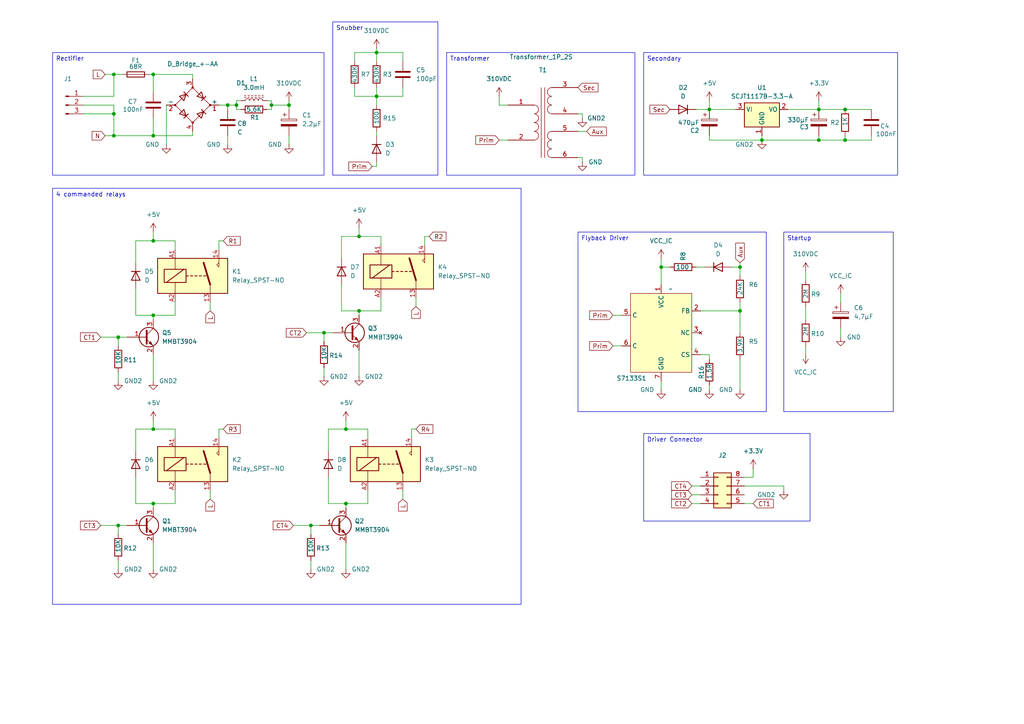
<source format=kicad_sch>
(kicad_sch (version 20231120) (generator "eeschema") (generator_version "8.0")
  (paper "A4")
  (lib_symbols
    (symbol "Connector:Conn_01x03_Pin" (pin_names (offset 1.016) hide)
      (property "Reference" "J" (at 0 5.08 0))
      (property "Value" "Conn_01x03_Pin" (at 0 -5.08 0))
      (symbol "Conn_01x03_Pin_1_1"
        (polyline (pts (xy 1.27 -2.54) (xy 0.8636 -2.54)) (stroke (width 0.1524)))
        (polyline (pts (xy 1.27 0) (xy 0.8636 0)) (stroke (width 0.1524)))
        (polyline (pts (xy 1.27 2.54) (xy 0.8636 2.54)) (stroke (width 0.1524)))
        (rectangle (start 0.8636 -2.413) (end 0 -2.667) (stroke (width 0.1524)) (fill (type outline)))
        (rectangle (start 0.8636 0.127) (end 0 -0.127) (stroke (width 0.1524)) (fill (type outline)))
        (rectangle (start 0.8636 2.667) (end 0 2.413) (stroke (width 0.1524)) (fill (type outline)))
        (pin passive line (at 5.08 2.54 180) (length 3.81) (name "Pin_1") (number "1"))
        (pin passive line (at 5.08 0 180) (length 3.81) (name "Pin_2") (number "2"))
        (pin passive line (at 5.08 -2.54 180) (length 3.81) (name "Pin_3") (number "3"))
      )
    )
    (symbol "Connector_Generic:Conn_02x04_Counter_Clockwise" (pin_names (offset 1.016) hide)
      (property "Reference" "J" (at 1.27 5.08 0))
      (property "Value" "Conn_02x04_Counter_Clockwise" (at 1.27 -7.62 0))
      (symbol "Conn_02x04_Counter_Clockwise_1_1"
        (rectangle (start -1.27 -4.953) (end 0 -5.207) (stroke (width 0.1524)))
        (rectangle (start -1.27 -2.413) (end 0 -2.667) (stroke (width 0.1524)))
        (rectangle (start -1.27 0.127) (end 0 -0.127) (stroke (width 0.1524)))
        (rectangle (start -1.27 2.667) (end 0 2.413) (stroke (width 0.1524)))
        (rectangle (start -1.27 3.81) (end 3.81 -6.35) (stroke (width 0.254)) (fill (type background)))
        (rectangle (start 3.81 -4.953) (end 2.54 -5.207) (stroke (width 0.1524)))
        (rectangle (start 3.81 -2.413) (end 2.54 -2.667) (stroke (width 0.1524)))
        (rectangle (start 3.81 0.127) (end 2.54 -0.127) (stroke (width 0.1524)))
        (rectangle (start 3.81 2.667) (end 2.54 2.413) (stroke (width 0.1524)))
        (pin passive line (at -5.08 2.54 0) (length 3.81) (name "Pin_1") (number "1"))
        (pin passive line (at -5.08 0 0) (length 3.81) (name "Pin_2") (number "2"))
        (pin passive line (at -5.08 -2.54 0) (length 3.81) (name "Pin_3") (number "3"))
        (pin passive line (at -5.08 -5.08 0) (length 3.81) (name "Pin_4") (number "4"))
        (pin passive line (at 7.62 -5.08 180) (length 3.81) (name "Pin_5") (number "5"))
        (pin passive line (at 7.62 -2.54 180) (length 3.81) (name "Pin_6") (number "6"))
        (pin passive line (at 7.62 0 180) (length 3.81) (name "Pin_7") (number "7"))
        (pin passive line (at 7.62 2.54 180) (length 3.81) (name "Pin_8") (number "8"))
      )
    )
    (symbol "Device:C" (pin_numbers hide) (pin_names (offset 0.254))
      (property "Reference" "C" (at 0.635 2.54 0))
      (property "Value" "C" (at 0.635 -2.54 0))
      (symbol "C_0_1"
        (polyline (pts (xy -2.032 -0.762) (xy 2.032 -0.762)) (stroke (width 0.508)))
        (polyline (pts (xy -2.032 0.762) (xy 2.032 0.762)) (stroke (width 0.508)))
      )
      (symbol "C_1_1"
        (pin passive line (at 0 3.81 270) (length 2.794) (name "~") (number "1"))
        (pin passive line (at 0 -3.81 90) (length 2.794) (name "~") (number "2"))
      )
    )
    (symbol "Device:C_Polarized" (pin_numbers hide) (pin_names (offset 0.254))
      (property "Reference" "C" (at 0.635 2.54 0))
      (property "Value" "C_Polarized" (at 0.635 -2.54 0))
      (symbol "C_Polarized_0_1"
        (rectangle (start -2.286 0.508) (end 2.286 1.016))
        (polyline (pts (xy -1.778 2.286) (xy -0.762 2.286)))
        (polyline (pts (xy -1.27 2.794) (xy -1.27 1.778)))
        (rectangle (start 2.286 -0.508) (end -2.286 -1.016) (fill (type outline)))
      )
      (symbol "C_Polarized_1_1"
        (pin passive line (at 0 3.81 270) (length 2.794) (name "~") (number "1"))
        (pin passive line (at 0 -3.81 90) (length 2.794) (name "~") (number "2"))
      )
    )
    (symbol "Device:D" (pin_numbers hide) (pin_names (offset 1.016) hide)
      (property "Reference" "D" (at 0 2.54 0))
      (property "Value" "D" (at 0 -2.54 0))
      (symbol "D_0_1"
        (polyline (pts (xy -1.27 1.27) (xy -1.27 -1.27)) (stroke (width 0.254)))
        (polyline (pts (xy 1.27 0) (xy -1.27 0)))
        (polyline (pts (xy 1.27 1.27) (xy 1.27 -1.27) (xy -1.27 0) (xy 1.27 1.27)) (stroke (width 0.254)))
      )
      (symbol "D_1_1"
        (pin passive line (at -3.81 0 0) (length 2.54) (name "K") (number "1"))
        (pin passive line (at 3.81 0 180) (length 2.54) (name "A") (number "2"))
      )
    )
    (symbol "Device:D_Bridge_+-AA" (pin_names (offset 0))
      (property "Reference" "D" (at 2.54 6.985 0))
      (property "Value" "D_Bridge_+-AA" (at 2.54 5.08 0))
      (symbol "D_Bridge_+-AA_0_1"
        (circle (center -5.08 0) (radius 0.254) (fill (type outline)))
        (circle (center 0 -5.08) (radius 0.254) (fill (type outline)))
        (polyline (pts (xy -2.54 3.81) (xy -1.27 2.54)) (stroke (width 0.254)))
        (polyline (pts (xy -1.27 -2.54) (xy -2.54 -3.81)) (stroke (width 0.254)))
        (polyline (pts (xy 2.54 -1.27) (xy 3.81 -2.54)) (stroke (width 0.254)))
        (polyline (pts (xy 2.54 1.27) (xy 3.81 2.54)) (stroke (width 0.254)))
        (polyline (pts (xy -3.81 2.54) (xy -2.54 1.27) (xy -1.905 3.175) (xy -3.81 2.54)) (stroke (width 0.254)))
        (polyline (pts (xy -2.54 -1.27) (xy -3.81 -2.54) (xy -1.905 -3.175) (xy -2.54 -1.27)) (stroke (width 0.254)))
        (polyline (pts (xy 1.27 2.54) (xy 2.54 3.81) (xy 3.175 1.905) (xy 1.27 2.54)) (stroke (width 0.254)))
        (polyline (pts (xy 3.175 -1.905) (xy 1.27 -2.54) (xy 2.54 -3.81) (xy 3.175 -1.905)) (stroke (width 0.254)))
        (polyline (pts (xy -5.08 0) (xy 0 -5.08) (xy 5.08 0) (xy 0 5.08) (xy -5.08 0)))
        (circle (center 0 5.08) (radius 0.254) (fill (type outline)))
        (circle (center 5.08 0) (radius 0.254) (fill (type outline)))
      )
      (symbol "D_Bridge_+-AA_1_1"
        (pin passive line (at 7.62 0 180) (length 2.54) (name "+") (number "1"))
        (pin passive line (at -7.62 0 0) (length 2.54) (name "-") (number "2"))
        (pin passive line (at 0 7.62 270) (length 2.54) (name "~") (number "3"))
        (pin passive line (at 0 -7.62 90) (length 2.54) (name "~") (number "4"))
      )
    )
    (symbol "Device:Fuse" (pin_numbers hide) (pin_names (offset 0))
      (property "Reference" "F" (at 2.032 0 90))
      (property "Value" "Fuse" (at -1.905 0 90))
      (symbol "Fuse_0_1"
        (rectangle (start -0.762 -2.54) (end 0.762 2.54) (stroke (width 0.254)))
        (polyline (pts (xy 0 2.54) (xy 0 -2.54)))
      )
      (symbol "Fuse_1_1"
        (pin passive line (at 0 3.81 270) (length 1.27) (name "~") (number "1"))
        (pin passive line (at 0 -3.81 90) (length 1.27) (name "~") (number "2"))
      )
    )
    (symbol "Device:L_Ferrite" (pin_numbers hide) (pin_names (offset 1.016) hide)
      (property "Reference" "L" (at -1.27 0 90))
      (property "Value" "L_Ferrite" (at 2.794 0 90))
      (symbol "L_Ferrite_0_1"
        (arc (start 0 -2.54) (mid 0.6323 -1.905) (end 0 -1.27))
        (arc (start 0 -1.27) (mid 0.6323 -0.635) (end 0 0))
        (polyline (pts (xy 1.016 -2.794) (xy 1.016 -2.286)))
        (polyline (pts (xy 1.016 -1.778) (xy 1.016 -1.27)))
        (polyline (pts (xy 1.016 -0.762) (xy 1.016 -0.254)))
        (polyline (pts (xy 1.016 0.254) (xy 1.016 0.762)))
        (polyline (pts (xy 1.016 1.27) (xy 1.016 1.778)))
        (polyline (pts (xy 1.016 2.286) (xy 1.016 2.794)))
        (polyline (pts (xy 1.524 -2.286) (xy 1.524 -2.794)))
        (polyline (pts (xy 1.524 -1.27) (xy 1.524 -1.778)))
        (polyline (pts (xy 1.524 -0.254) (xy 1.524 -0.762)))
        (polyline (pts (xy 1.524 0.762) (xy 1.524 0.254)))
        (polyline (pts (xy 1.524 1.778) (xy 1.524 1.27)))
        (polyline (pts (xy 1.524 2.794) (xy 1.524 2.286)))
        (arc (start 0 0) (mid 0.6323 0.635) (end 0 1.27))
        (arc (start 0 1.27) (mid 0.6323 1.905) (end 0 2.54))
      )
      (symbol "L_Ferrite_1_1"
        (pin passive line (at 0 3.81 270) (length 1.27) (name "1") (number "1"))
        (pin passive line (at 0 -3.81 90) (length 1.27) (name "2") (number "2"))
      )
    )
    (symbol "Device:R" (pin_numbers hide) (pin_names (offset 0))
      (property "Reference" "R" (at 2.032 0 90))
      (property "Value" "R" (at 0 0 90))
      (symbol "R_0_1"
        (rectangle (start -1.016 -2.54) (end 1.016 2.54) (stroke (width 0.254)))
      )
      (symbol "R_1_1"
        (pin passive line (at 0 3.81 270) (length 1.27) (name "~") (number "1"))
        (pin passive line (at 0 -3.81 90) (length 1.27) (name "~") (number "2"))
      )
    )
    (symbol "Device:Transformer_1P_2S" (pin_names (offset 1.016) hide)
      (property "Reference" "T" (at 0 12.7 0))
      (property "Value" "Transformer_1P_2S" (at 0 -12.7 0))
      (symbol "Transformer_1P_2S_0_1"
        (arc (start -2.54 -5.0546) (mid -1.6599 -4.6901) (end -1.27 -3.81))
        (arc (start -2.54 -2.5146) (mid -1.6599 -2.1501) (end -1.27 -1.27))
        (arc (start -2.54 0.0254) (mid -1.6599 0.3899) (end -1.27 1.27))
        (arc (start -2.54 2.5654) (mid -1.6599 2.9299) (end -1.27 3.81))
        (arc (start -1.27 -3.81) (mid -1.642 -2.912) (end -2.54 -2.54))
        (arc (start -1.27 -1.27) (mid -1.642 -0.372) (end -2.54 0))
        (arc (start -1.27 1.27) (mid -1.642 2.168) (end -2.54 2.54))
        (arc (start -1.27 3.81) (mid -1.642 4.708) (end -2.54 5.08))
        (polyline (pts (xy -0.508 -10.16) (xy -0.508 10.16)))
        (polyline (pts (xy 0.508 10.16) (xy 0.508 -10.16)))
        (arc (start 1.2954 -8.89) (mid 1.6599 -9.7701) (end 2.54 -10.1346))
        (arc (start 1.2954 -6.35) (mid 1.6599 -7.2301) (end 2.54 -7.5946))
        (arc (start 1.2954 -3.81) (mid 1.6599 -4.6901) (end 2.54 -5.0546))
        (arc (start 1.2954 3.81) (mid 1.6599 2.9299) (end 2.54 2.5654))
        (arc (start 1.2954 6.35) (mid 1.6599 5.4699) (end 2.54 5.1054))
        (arc (start 1.2954 8.89) (mid 1.6599 8.0099) (end 2.54 7.6454))
        (arc (start 2.54 -7.62) (mid 1.642 -7.992) (end 1.2954 -8.89))
        (arc (start 2.54 -5.08) (mid 1.642 -5.452) (end 1.2954 -6.35))
        (arc (start 2.54 -2.54) (mid 1.642 -2.912) (end 1.2954 -3.81))
        (arc (start 2.54 5.08) (mid 1.642 4.708) (end 1.2954 3.81))
        (arc (start 2.54 7.62) (mid 1.642 7.248) (end 1.2954 6.35))
        (arc (start 2.54 10.16) (mid 1.642 9.788) (end 1.2954 8.89))
      )
      (symbol "Transformer_1P_2S_1_1"
        (pin passive line (at -10.16 5.08 0) (length 7.62) (name "AA") (number "1"))
        (pin passive line (at -10.16 -5.08 0) (length 7.62) (name "AB") (number "2"))
        (pin passive line (at 10.16 10.16 180) (length 7.62) (name "SA") (number "3"))
        (pin passive line (at 10.16 2.54 180) (length 7.62) (name "SB") (number "4"))
        (pin passive line (at 10.16 -2.54 180) (length 7.62) (name "SC") (number "5"))
        (pin passive line (at 10.16 -10.16 180) (length 7.62) (name "SD") (number "6"))
      )
    )
    (symbol "Library:S7133S"
      (property "Reference" "S713XS" (at 5.334 13.462 0))
      (symbol "S7133S_1_1"
        (rectangle (start -8.89 11.43) (end 8.89 -11.43) (fill (type background)))
        (pin input line (at 0 13.97 270) (length 2.54) (name "VCC") (number "1"))
        (pin input line (at 11.43 6.35 180) (length 2.54) (name "FB") (number "2"))
        (pin no_connect line (at 11.43 0 180) (length 2.54) (name "NC") (number "3"))
        (pin input line (at 11.43 -6.35 180) (length 2.54) (name "CS") (number "4"))
        (pin input line (at -11.43 5.08 0) (length 2.54) (name "C") (number "5"))
        (pin input line (at -11.43 -3.81 0) (length 2.54) (name "C") (number "6"))
        (pin input line (at 0 -13.97 90) (length 2.54) (name "GND") (number "7"))
      )
    )
    (symbol "Regulator_Linear:AMS1117-3.3"
      (property "Reference" "U" (at -3.81 3.175 0))
      (property "Value" "AMS1117-3.3" (at 0 3.175 0))
      (symbol "AMS1117-3.3_0_1"
        (rectangle (start -5.08 -5.08) (end 5.08 1.905) (stroke (width 0.254)) (fill (type background)))
      )
      (symbol "AMS1117-3.3_1_1"
        (pin power_in line (at 0 -7.62 90) (length 2.54) (name "GND") (number "1"))
        (pin power_out line (at 7.62 0 180) (length 2.54) (name "VO") (number "2"))
        (pin power_in line (at -7.62 0 0) (length 2.54) (name "VI") (number "3"))
      )
    )
    (symbol "Relay:Relay_SPST-NO"
      (property "Reference" "K" (at 11.43 3.81 0))
      (property "Value" "Relay_SPST-NO" (at 11.43 1.27 0))
      (symbol "Relay_SPST-NO_0_0"
        (polyline (pts (xy 7.62 5.08) (xy 7.62 2.54) (xy 6.985 3.175) (xy 7.62 3.81)))
      )
      (symbol "Relay_SPST-NO_0_1"
        (rectangle (start -10.16 5.08) (end 10.16 -5.08) (stroke (width 0.254)) (fill (type background)))
        (rectangle (start -8.255 1.905) (end -1.905 -1.905) (stroke (width 0.254)))
        (polyline (pts (xy -7.62 -1.905) (xy -2.54 1.905)) (stroke (width 0.254)))
        (polyline (pts (xy -5.08 -5.08) (xy -5.08 -1.905)))
        (polyline (pts (xy -5.08 5.08) (xy -5.08 1.905)))
        (polyline (pts (xy -1.905 0) (xy -1.27 0)) (stroke (width 0.254)))
        (polyline (pts (xy -0.635 0) (xy 0 0)) (stroke (width 0.254)))
        (polyline (pts (xy 0.635 0) (xy 1.27 0)) (stroke (width 0.254)))
        (polyline (pts (xy 1.905 0) (xy 2.54 0)) (stroke (width 0.254)))
        (polyline (pts (xy 3.175 0) (xy 3.81 0)) (stroke (width 0.254)))
        (polyline (pts (xy 5.08 -2.54) (xy 3.175 3.81)) (stroke (width 0.508)))
        (polyline (pts (xy 5.08 -2.54) (xy 5.08 -5.08)))
      )
      (symbol "Relay_SPST-NO_1_1"
        (pin passive line (at 5.08 -7.62 90) (length 2.54) (name "~") (number "13"))
        (pin passive line (at 7.62 7.62 270) (length 2.54) (name "~") (number "14"))
        (pin passive line (at -5.08 7.62 270) (length 2.54) (name "~") (number "A1"))
        (pin passive line (at -5.08 -7.62 90) (length 2.54) (name "~") (number "A2"))
      )
    )
    (symbol "Transistor_BJT:MMBT3904" (pin_names (offset 0) hide)
      (property "Reference" "Q" (at 5.08 1.905 0))
      (property "Value" "MMBT3904" (at 5.08 0 0))
      (symbol "MMBT3904_0_1"
        (polyline (pts (xy 0.635 0.635) (xy 2.54 2.54)))
        (polyline (pts (xy 0.635 -0.635) (xy 2.54 -2.54) (xy 2.54 -2.54)))
        (polyline (pts (xy 0.635 1.905) (xy 0.635 -1.905) (xy 0.635 -1.905)) (stroke (width 0.508)))
        (polyline (pts (xy 1.27 -1.778) (xy 1.778 -1.27) (xy 2.286 -2.286) (xy 1.27 -1.778) (xy 1.27 -1.778)) (fill (type outline)))
        (circle (center 1.27 0) (radius 2.8194) (stroke (width 0.254)))
      )
      (symbol "MMBT3904_1_1"
        (pin input line (at -5.08 0 0) (length 5.715) (name "B") (number "1"))
        (pin passive line (at 2.54 -5.08 90) (length 2.54) (name "E") (number "2"))
        (pin passive line (at 2.54 5.08 270) (length 2.54) (name "C") (number "3"))
      )
    )
    (symbol "power:+3.3V" (power) (pin_numbers hide) (pin_names (offset 0) hide)
      (property "Value" "+3.3V" (at 0 3.556 0))
      (symbol "+3.3V_0_1"
        (polyline (pts (xy -0.762 1.27) (xy 0 2.54)))
        (polyline (pts (xy 0 0) (xy 0 2.54)))
        (polyline (pts (xy 0 2.54) (xy 0.762 1.27)))
      )
      (symbol "+3.3V_1_1"
        (pin power_in line (at 0 0 90) (length 0) (name "~") (number "1"))
      )
    )
    (symbol "power:+5V" (power) (pin_numbers hide) (pin_names (offset 0) hide)
      (property "Value" "+5V" (at 0 3.556 0))
      (symbol "+5V_0_1"
        (polyline (pts (xy -0.762 1.27) (xy 0 2.54)))
        (polyline (pts (xy 0 0) (xy 0 2.54)))
        (polyline (pts (xy 0 2.54) (xy 0.762 1.27)))
      )
      (symbol "+5V_1_1"
        (pin power_in line (at 0 0 90) (length 0) (name "~") (number "1"))
      )
    )
    (symbol "power:GND" (power) (pin_numbers hide) (pin_names (offset 0) hide)
      (property "Value" "GND" (at 0 -3.81 0))
      (symbol "GND_0_1"
        (polyline (pts (xy 0 0) (xy 0 -1.27) (xy 1.27 -1.27) (xy 0 -2.54) (xy -1.27 -1.27) (xy 0 -1.27)))
      )
      (symbol "GND_1_1"
        (pin power_in line (at 0 0 270) (length 0) (name "~") (number "1"))
      )
    )
    (symbol "power:GND2" (power) (pin_numbers hide) (pin_names (offset 0) hide)
      (property "Value" "GND2" (at 0 -3.81 0))
      (symbol "GND2_0_1"
        (polyline (pts (xy 0 0) (xy 0 -1.27) (xy 1.27 -1.27) (xy 0 -2.54) (xy -1.27 -1.27) (xy 0 -1.27)))
      )
      (symbol "GND2_1_1"
        (pin power_in line (at 0 0 270) (length 0) (name "~") (number "1"))
      )
    )
    (symbol "power:VCC" (power) (pin_numbers hide) (pin_names (offset 0) hide)
      (property "Value" "VCC" (at 0 3.556 0))
      (symbol "VCC_0_1"
        (polyline (pts (xy -0.762 1.27) (xy 0 2.54)))
        (polyline (pts (xy 0 0) (xy 0 2.54)))
        (polyline (pts (xy 0 2.54) (xy 0.762 1.27)))
      )
      (symbol "VCC_1_1"
        (pin power_in line (at 0 0 90) (length 0) (name "~") (number "1"))
      )
    )
  )
  (junction (at 34.29 152.4))
  (junction (at 83.82 30.48))
  (junction (at 66.04 30.48))
  (junction (at 33.02 39.37))
  (junction (at 100.33 146.05))
  (junction (at 68.58 30.48))
  (junction (at 104.14 68.58))
  (junction (at 214.63 90.17))
  (junction (at 93.98 96.52))
  (junction (at 33.02 33.02))
  (junction (at 245.11 31.75))
  (junction (at 44.45 146.05))
  (junction (at 34.29 97.79))
  (junction (at 104.14 90.17))
  (junction (at 220.98 40.64))
  (junction (at 237.49 31.75))
  (junction (at 191.77 77.47))
  (junction (at 109.22 27.94))
  (junction (at 90.17 152.4))
  (junction (at 100.33 124.46))
  (junction (at 33.02 21.59))
  (junction (at 237.49 40.64))
  (junction (at 44.45 124.46))
  (junction (at 44.45 91.44))
  (junction (at 78.74 30.48))
  (junction (at 44.45 69.85))
  (junction (at 44.45 21.59))
  (junction (at 205.74 31.75))
  (junction (at 214.63 77.47))
  (junction (at 109.22 15.24))
  (junction (at 44.45 39.37))
  (junction (at 245.11 40.64))
  (wire (pts (xy 68.58 30.48) (xy 68.58 31.75)))
  (wire (pts (xy 205.74 29.21) (xy 205.74 31.75)))
  (wire (pts (xy 30.48 39.37) (xy 33.02 39.37)))
  (wire (pts (xy 177.8 91.44) (xy 180.34 91.44)))
  (wire (pts (xy 63.5 69.85) (xy 64.77 69.85)))
  (wire (pts (xy 63.5 127) (xy 63.5 124.46)))
  (wire (pts (xy 104.14 66.04) (xy 104.14 68.58)))
  (wire (pts (xy 39.37 76.2) (xy 39.37 69.85)))
  (wire (pts (xy 233.68 100.33) (xy 233.68 102.87)))
  (wire (pts (xy 34.29 154.94) (xy 34.29 152.4)))
  (wire (pts (xy 116.84 15.24) (xy 116.84 17.78)))
  (wire (pts (xy 218.44 135.89) (xy 218.44 138.43)))
  (wire (pts (xy 237.49 29.21) (xy 237.49 31.75)))
  (wire (pts (xy 109.22 27.94) (xy 102.87 27.94)))
  (wire (pts (xy 90.17 154.94) (xy 90.17 152.4)))
  (wire (pts (xy 34.29 100.33) (xy 34.29 97.79)))
  (wire (pts (xy 44.45 67.31) (xy 44.45 69.85)))
  (wire (pts (xy 34.29 97.79) (xy 36.83 97.79)))
  (wire (pts (xy 50.8 142.24) (xy 50.8 146.05)))
  (wire (pts (xy 201.93 77.47) (xy 204.47 77.47)))
  (wire (pts (xy 252.73 40.64) (xy 252.73 39.37)))
  (wire (pts (xy 50.8 69.85) (xy 50.8 72.39)))
  (wire (pts (xy 90.17 162.56) (xy 90.17 165.1)))
  (wire (pts (xy 245.11 40.64) (xy 245.11 39.37)))
  (wire (pts (xy 100.33 146.05) (xy 100.33 147.32)))
  (wire (pts (xy 214.63 90.17) (xy 214.63 96.52)))
  (wire (pts (xy 90.17 152.4) (xy 92.71 152.4)))
  (wire (pts (xy 50.8 87.63) (xy 50.8 91.44)))
  (wire (pts (xy 233.68 88.9) (xy 233.68 92.71)))
  (wire (pts (xy 167.64 45.72) (xy 168.91 45.72)))
  (wire (pts (xy 110.49 90.17) (xy 104.14 90.17)))
  (wire (pts (xy 205.74 40.64) (xy 205.74 39.37)))
  (wire (pts (xy 33.02 21.59) (xy 33.02 27.94)))
  (wire (pts (xy 39.37 146.05) (xy 39.37 138.43)))
  (wire (pts (xy 24.13 27.94) (xy 33.02 27.94)))
  (wire (pts (xy 55.88 21.59) (xy 55.88 22.86)))
  (wire (pts (xy 191.77 113.03) (xy 191.77 110.49)))
  (wire (pts (xy 68.58 29.21) (xy 69.85 29.21)))
  (wire (pts (xy 205.74 111.76) (xy 205.74 113.03)))
  (wire (pts (xy 34.29 152.4) (xy 36.83 152.4)))
  (wire (pts (xy 119.38 127) (xy 119.38 124.46)))
  (wire (pts (xy 200.66 146.05) (xy 203.2 146.05)))
  (wire (pts (xy 200.66 143.51) (xy 203.2 143.51)))
  (wire (pts (xy 100.33 157.48) (xy 100.33 165.1)))
  (wire (pts (xy 100.33 124.46) (xy 106.68 124.46)))
  (wire (pts (xy 95.25 146.05) (xy 95.25 138.43)))
  (wire (pts (xy 99.06 74.93) (xy 99.06 68.58)))
  (wire (pts (xy 243.84 85.09) (xy 243.84 87.63)))
  (wire (pts (xy 39.37 130.81) (xy 39.37 124.46)))
  (wire (pts (xy 104.14 101.6) (xy 104.14 109.22)))
  (wire (pts (xy 93.98 96.52) (xy 96.52 96.52)))
  (wire (pts (xy 123.19 71.12) (xy 123.19 68.58)))
  (wire (pts (xy 205.74 31.75) (xy 213.36 31.75)))
  (wire (pts (xy 63.5 72.39) (xy 63.5 69.85)))
  (wire (pts (xy 214.63 77.47) (xy 214.63 80.01)))
  (wire (pts (xy 30.48 21.59) (xy 33.02 21.59)))
  (wire (pts (xy 109.22 17.78) (xy 109.22 15.24)))
  (wire (pts (xy 78.74 31.75) (xy 77.47 31.75)))
  (wire (pts (xy 214.63 104.14) (xy 214.63 113.03)))
  (wire (pts (xy 78.74 30.48) (xy 83.82 30.48)))
  (wire (pts (xy 104.14 68.58) (xy 110.49 68.58)))
  (wire (pts (xy 78.74 29.21) (xy 78.74 30.48)))
  (wire (pts (xy 191.77 77.47) (xy 191.77 82.55)))
  (wire (pts (xy 237.49 31.75) (xy 245.11 31.75)))
  (wire (pts (xy 93.98 106.68) (xy 93.98 109.22)))
  (wire (pts (xy 77.47 29.21) (xy 78.74 29.21)))
  (wire (pts (xy 95.25 130.81) (xy 95.25 124.46)))
  (wire (pts (xy 203.2 102.87) (xy 205.74 102.87)))
  (wire (pts (xy 214.63 87.63) (xy 214.63 90.17)))
  (wire (pts (xy 191.77 77.47) (xy 194.31 77.47)))
  (wire (pts (xy 245.11 40.64) (xy 252.73 40.64)))
  (wire (pts (xy 106.68 142.24) (xy 106.68 146.05)))
  (wire (pts (xy 116.84 142.24) (xy 116.84 144.78)))
  (wire (pts (xy 109.22 13.97) (xy 109.22 15.24)))
  (wire (pts (xy 33.02 30.48) (xy 33.02 33.02)))
  (wire (pts (xy 177.8 100.33) (xy 180.34 100.33)))
  (wire (pts (xy 227.33 140.97) (xy 227.33 142.24)))
  (wire (pts (xy 104.14 90.17) (xy 99.06 90.17)))
  (wire (pts (xy 60.96 87.63) (xy 60.96 90.17)))
  (wire (pts (xy 50.8 91.44) (xy 44.45 91.44)))
  (wire (pts (xy 237.49 40.64) (xy 245.11 40.64)))
  (wire (pts (xy 109.22 48.26) (xy 109.22 46.99)))
  (wire (pts (xy 212.09 77.47) (xy 214.63 77.47)))
  (wire (pts (xy 44.45 91.44) (xy 39.37 91.44)))
  (wire (pts (xy 44.45 124.46) (xy 50.8 124.46)))
  (wire (pts (xy 214.63 76.2) (xy 214.63 77.47)))
  (wire (pts (xy 215.9 146.05) (xy 218.44 146.05)))
  (wire (pts (xy 99.06 68.58) (xy 104.14 68.58)))
  (wire (pts (xy 245.11 31.75) (xy 252.73 31.75)))
  (wire (pts (xy 44.45 21.59) (xy 55.88 21.59)))
  (wire (pts (xy 119.38 124.46) (xy 120.65 124.46)))
  (wire (pts (xy 102.87 15.24) (xy 109.22 15.24)))
  (wire (pts (xy 109.22 27.94) (xy 116.84 27.94)))
  (wire (pts (xy 33.02 33.02) (xy 33.02 39.37)))
  (wire (pts (xy 44.45 146.05) (xy 44.45 147.32)))
  (wire (pts (xy 55.88 39.37) (xy 55.88 38.1)))
  (wire (pts (xy 144.78 40.64) (xy 147.32 40.64)))
  (wire (pts (xy 24.13 33.02) (xy 33.02 33.02)))
  (wire (pts (xy 66.04 39.37) (xy 66.04 41.91)))
  (wire (pts (xy 99.06 90.17) (xy 99.06 82.55)))
  (wire (pts (xy 100.33 121.92) (xy 100.33 124.46)))
  (wire (pts (xy 109.22 25.4) (xy 109.22 27.94)))
  (wire (pts (xy 66.04 30.48) (xy 68.58 30.48)))
  (wire (pts (xy 39.37 124.46) (xy 44.45 124.46)))
  (wire (pts (xy 116.84 25.4) (xy 116.84 27.94)))
  (wire (pts (xy 228.6 31.75) (xy 237.49 31.75)))
  (wire (pts (xy 109.22 48.26) (xy 107.95 48.26)))
  (wire (pts (xy 102.87 17.78) (xy 102.87 15.24)))
  (wire (pts (xy 88.9 96.52) (xy 93.98 96.52)))
  (wire (pts (xy 201.93 31.75) (xy 205.74 31.75)))
  (wire (pts (xy 237.49 40.64) (xy 237.49 39.37)))
  (wire (pts (xy 215.9 140.97) (xy 227.33 140.97)))
  (wire (pts (xy 220.98 40.64) (xy 237.49 40.64)))
  (wire (pts (xy 144.78 27.94) (xy 144.78 30.48)))
  (wire (pts (xy 93.98 99.06) (xy 93.98 96.52)))
  (wire (pts (xy 106.68 124.46) (xy 106.68 127)))
  (wire (pts (xy 35.56 21.59) (xy 33.02 21.59)))
  (wire (pts (xy 144.78 30.48) (xy 147.32 30.48)))
  (wire (pts (xy 200.66 140.97) (xy 203.2 140.97)))
  (wire (pts (xy 109.22 38.1) (xy 109.22 39.37)))
  (wire (pts (xy 205.74 102.87) (xy 205.74 104.14)))
  (wire (pts (xy 83.82 31.75) (xy 83.82 30.48)))
  (wire (pts (xy 43.18 21.59) (xy 44.45 21.59)))
  (wire (pts (xy 44.45 21.59) (xy 44.45 26.67)))
  (wire (pts (xy 44.45 146.05) (xy 39.37 146.05)))
  (wire (pts (xy 205.74 40.64) (xy 220.98 40.64)))
  (wire (pts (xy 34.29 162.56) (xy 34.29 165.1)))
  (wire (pts (xy 83.82 29.21) (xy 83.82 30.48)))
  (wire (pts (xy 220.98 40.64) (xy 220.98 39.37)))
  (wire (pts (xy 218.44 138.43) (xy 215.9 138.43)))
  (wire (pts (xy 168.91 45.72) (xy 168.91 46.99)))
  (wire (pts (xy 24.13 30.48) (xy 33.02 30.48)))
  (wire (pts (xy 39.37 69.85) (xy 44.45 69.85)))
  (wire (pts (xy 34.29 107.95) (xy 34.29 110.49)))
  (wire (pts (xy 44.45 69.85) (xy 50.8 69.85)))
  (wire (pts (xy 44.45 34.29) (xy 44.45 39.37)))
  (wire (pts (xy 83.82 41.91) (xy 83.82 39.37)))
  (wire (pts (xy 85.09 152.4) (xy 90.17 152.4)))
  (wire (pts (xy 44.45 91.44) (xy 44.45 92.71)))
  (wire (pts (xy 44.45 157.48) (xy 44.45 165.1)))
  (wire (pts (xy 109.22 27.94) (xy 109.22 30.48)))
  (wire (pts (xy 63.5 30.48) (xy 66.04 30.48)))
  (wire (pts (xy 29.21 152.4) (xy 34.29 152.4)))
  (wire (pts (xy 110.49 86.36) (xy 110.49 90.17)))
  (wire (pts (xy 120.65 86.36) (xy 120.65 88.9)))
  (wire (pts (xy 68.58 30.48) (xy 68.58 29.21)))
  (wire (pts (xy 102.87 27.94) (xy 102.87 25.4)))
  (wire (pts (xy 78.74 30.48) (xy 78.74 31.75)))
  (wire (pts (xy 203.2 90.17) (xy 214.63 90.17)))
  (wire (pts (xy 100.33 146.05) (xy 95.25 146.05)))
  (wire (pts (xy 168.91 33.02) (xy 168.91 34.29)))
  (wire (pts (xy 39.37 91.44) (xy 39.37 83.82)))
  (wire (pts (xy 167.64 33.02) (xy 168.91 33.02)))
  (wire (pts (xy 63.5 124.46) (xy 64.77 124.46)))
  (wire (pts (xy 33.02 39.37) (xy 44.45 39.37)))
  (wire (pts (xy 44.45 39.37) (xy 55.88 39.37)))
  (wire (pts (xy 104.14 90.17) (xy 104.14 91.44)))
  (wire (pts (xy 106.68 146.05) (xy 100.33 146.05)))
  (wire (pts (xy 66.04 30.48) (xy 66.04 31.75)))
  (wire (pts (xy 191.77 74.93) (xy 191.77 77.47)))
  (wire (pts (xy 110.49 68.58) (xy 110.49 71.12)))
  (wire (pts (xy 167.64 38.1) (xy 170.18 38.1)))
  (wire (pts (xy 123.19 68.58) (xy 124.46 68.58)))
  (wire (pts (xy 29.21 97.79) (xy 34.29 97.79)))
  (wire (pts (xy 44.45 121.92) (xy 44.45 124.46)))
  (wire (pts (xy 48.26 41.91) (xy 48.26 30.48)))
  (wire (pts (xy 69.85 31.75) (xy 68.58 31.75)))
  (wire (pts (xy 50.8 124.46) (xy 50.8 127)))
  (wire (pts (xy 95.25 124.46) (xy 100.33 124.46)))
  (wire (pts (xy 233.68 78.74) (xy 233.68 81.28)))
  (wire (pts (xy 50.8 146.05) (xy 44.45 146.05)))
  (wire (pts (xy 243.84 95.25) (xy 243.84 97.79)))
  (wire (pts (xy 109.22 15.24) (xy 116.84 15.24)))
  (wire (pts (xy 44.45 102.87) (xy 44.45 110.49)))
  (wire (pts (xy 60.96 142.24) (xy 60.96 144.78)))
  (text_box "Transformer" (at 129.54 15.24 0) (size 54.61 35.56) (effects (font (size 1.27 1.27)) (justify left top)))
  (text_box "Snubber\n" (at 96.52 6.35 0) (size 30.48 44.45) (effects (font (size 1.27 1.27)) (justify left top)))
  (text_box "Startup\n" (at 227.33 67.31 0) (size 31.75 52.07) (effects (font (size 1.27 1.27)) (justify left top)))
  (text_box "4 commanded relays\n" (at 15.24 54.61 0) (size 135.89 120.65) (effects (font (size 1.27 1.27)) (justify left top)))
  (text_box "Driver Connector\n" (at 186.69 125.73 0) (size 48.26 25.4) (effects (font (size 1.27 1.27)) (justify left top)))
  (text_box "Rectifier\n" (at 15.24 15.24 0) (size 78.74 35.56) (effects (font (size 1.27 1.27)) (justify left top)))
  (text_box "Secondary\n" (at 186.69 15.24 0) (size 73.66 35.56) (effects (font (size 1.27 1.27)) (justify left top)))
  (text_box "Flyback Driver\n" (at 167.64 67.31 0) (size 54.61 52.07) (effects (font (size 1.27 1.27)) (justify left top)))
  (global_label "CT2" (shape input) (at 200.66 146.05 180) (property "Intersheetrefs" "${INTERSHEET_REFS}" (effects (hide yes))))
  (global_label "CT3" (shape input) (at 29.21 152.4 180) (property "Intersheetrefs" "${INTERSHEET_REFS}" (effects (hide yes))))
  (global_label "Aux" (shape input) (at 214.63 76.2 90) (property "Intersheetrefs" "${INTERSHEET_REFS}" (effects (hide yes))))
  (global_label "R1" (shape input) (at 64.77 69.85 0) (property "Intersheetrefs" "${INTERSHEET_REFS}" (effects (hide yes))))
  (global_label "L" (shape input) (at 30.48 21.59 180) (property "Intersheetrefs" "${INTERSHEET_REFS}" (effects (hide yes))))
  (global_label "Prim" (shape input) (at 177.8 100.33 180) (property "Intersheetrefs" "${INTERSHEET_REFS}" (effects (hide yes))))
  (global_label "L" (shape input) (at 60.96 144.78 270) (property "Intersheetrefs" "${INTERSHEET_REFS}" (effects (hide yes))))
  (global_label "Prim" (shape input) (at 107.95 48.26 180) (property "Intersheetrefs" "${INTERSHEET_REFS}" (effects (hide yes))))
  (global_label "N" (shape input) (at 30.48 39.37 180) (property "Intersheetrefs" "${INTERSHEET_REFS}" (effects (hide yes))))
  (global_label "L" (shape input) (at 60.96 90.17 270) (property "Intersheetrefs" "${INTERSHEET_REFS}" (effects (hide yes))))
  (global_label "CT1" (shape input) (at 218.44 146.05 0) (property "Intersheetrefs" "${INTERSHEET_REFS}" (effects (hide yes))))
  (global_label "R4" (shape input) (at 120.65 124.46 0) (property "Intersheetrefs" "${INTERSHEET_REFS}" (effects (hide yes))))
  (global_label "Aux" (shape input) (at 170.18 38.1 0) (property "Intersheetrefs" "${INTERSHEET_REFS}" (effects (hide yes))))
  (global_label "R2" (shape input) (at 124.46 68.58 0) (property "Intersheetrefs" "${INTERSHEET_REFS}" (effects (hide yes))))
  (global_label "CT1" (shape input) (at 29.21 97.79 180) (property "Intersheetrefs" "${INTERSHEET_REFS}" (effects (hide yes))))
  (global_label "CT4" (shape input) (at 200.66 140.97 180) (property "Intersheetrefs" "${INTERSHEET_REFS}" (effects (hide yes))))
  (global_label "L" (shape input) (at 120.65 88.9 270) (property "Intersheetrefs" "${INTERSHEET_REFS}" (effects (hide yes))))
  (global_label "Prim" (shape input) (at 144.78 40.64 180) (property "Intersheetrefs" "${INTERSHEET_REFS}" (effects (hide yes))))
  (global_label "Sec" (shape input) (at 167.64 25.4 0) (property "Intersheetrefs" "${INTERSHEET_REFS}" (effects (hide yes))))
  (global_label "R3" (shape input) (at 64.77 124.46 0) (property "Intersheetrefs" "${INTERSHEET_REFS}" (effects (hide yes))))
  (global_label "Prim" (shape input) (at 177.8 91.44 180) (property "Intersheetrefs" "${INTERSHEET_REFS}" (effects (hide yes))))
  (global_label "CT4" (shape input) (at 85.09 152.4 180) (property "Intersheetrefs" "${INTERSHEET_REFS}" (effects (hide yes))))
  (global_label "CT3" (shape input) (at 200.66 143.51 180) (property "Intersheetrefs" "${INTERSHEET_REFS}" (effects (hide yes))))
  (global_label "CT2" (shape input) (at 88.9 96.52 180) (property "Intersheetrefs" "${INTERSHEET_REFS}" (effects (hide yes))))
  (global_label "L" (shape input) (at 116.84 144.78 270) (property "Intersheetrefs" "${INTERSHEET_REFS}" (effects (hide yes))))
  (global_label "Sec" (shape input) (at 194.31 31.75 180) (property "Intersheetrefs" "${INTERSHEET_REFS}" (effects (hide yes))))
  (symbol (lib_id "Device:D") (at 99.06 78.74 270) (unit 1)
    (property "Reference" "D7" (at 101.6 77.4699 90) (effects (justify left)))
    (property "Value" "D" (at 101.6 80.0099 90) (effects (justify left)))
    (property "Footprint" "Diode_SMD:D_SOD-123" (effects (hide yes)))
    (property "Description" "Diode" (effects (hide yes)))
    (property "Sim.Device" "D" (effects (hide yes)))
    (property "Sim.Pins" "1=K 2=A" (effects (hide yes)))
  )
  (symbol (lib_id "Device:C") (at 252.73 35.56 0) (unit 1)
    (property "Reference" "C4" (at 255.27 36.576 0) (effects (justify left)))
    (property "Value" "100nF" (at 254 38.862 0) (effects (justify left)))
    (property "Description" "Unpolarized capacitor" (effects (hide yes)))
  )
  (symbol (lib_id "Relay:Relay_SPST-NO") (at 55.88 80.01 0) (unit 1)
    (property "Reference" "K1" (at 67.31 78.7399 0) (effects (justify left)))
    (property "Value" "Relay_SPST-NO" (at 67.31 81.2799 0) (effects (justify left)))
    (property "Footprint" "footprint:relay" (effects (hide yes)))
    (property "Description" "Relay SPST, Normally Open, EN50005" (effects (hide yes)))
  )
  (symbol (lib_id "power:GND") (at 205.74 113.03 0) (unit 1)
    (property "Reference" "#PWR013" (effects (hide yes)))
    (property "Value" "GND" (at 201.676 113.03 0))
    (property "Description" "Power symbol creates a global label with name \"GND\" , ground" (effects (hide yes)))
  )
  (symbol (lib_id "Device:C_Polarized") (at 83.82 35.56 0) (unit 1)
    (property "Reference" "C1" (at 87.63 33.4009 0) (effects (justify left)))
    (property "Value" "2,2µF" (at 87.63 35.9409 0) (effects (justify left)))
    (property "Description" "Polarized capacitor" (effects (hide yes)))
  )
  (symbol (lib_id "power:GND2") (at 44.45 165.1 0) (unit 1)
    (property "Reference" "#PWR025" (effects (hide yes)))
    (property "Value" "GND2" (at 48.768 165.1 0))
    (property "Description" "Power symbol creates a global label with name \"GND2\" , ground" (effects (hide yes)))
  )
  (symbol (lib_id "power:VCC") (at 243.84 85.09 0) (unit 1)
    (property "Reference" "#PWR017" (effects (hide yes)))
    (property "Value" "VCC_IC" (at 243.84 80.01 0))
    (property "Description" "Power symbol creates a global label with name \"VCC\"" (effects (hide yes)))
  )
  (symbol (lib_id "Device:R") (at 34.29 158.75 0) (unit 1)
    (property "Reference" "R12" (at 35.814 159.004 0) (effects (justify left)))
    (property "Value" "10K" (at 34.29 160.274 90) (effects (justify left)))
    (property "Footprint" "Resistor_SMD:R_1206_3216Metric" (effects (hide yes)))
    (property "Description" "Resistor" (effects (hide yes)))
  )
  (symbol (lib_id "Device:D") (at 198.12 31.75 180) (unit 1)
    (property "Reference" "D2" (at 198.12 25.4 0))
    (property "Value" "D" (at 198.12 27.94 0))
    (property "Footprint" "Diode_SMD:D_SMA" (effects (hide yes)))
    (property "Description" "Diode" (effects (hide yes)))
    (property "Sim.Device" "D" (effects (hide yes)))
    (property "Sim.Pins" "1=K 2=A" (effects (hide yes)))
  )
  (symbol (lib_id "Device:C_Polarized") (at 205.74 35.56 0) (unit 1)
    (property "Reference" "C2" (at 200.152 37.846 0) (effects (justify left)))
    (property "Value" "470µF" (at 196.596 35.56 0) (effects (justify left)))
    (property "Description" "Polarized capacitor" (effects (hide yes)))
  )
  (symbol (lib_id "Device:R") (at 233.68 85.09 0) (unit 1)
    (property "Reference" "R9" (at 235.204 85.344 0) (effects (justify left)))
    (property "Value" "2M" (at 233.68 86.614 90) (effects (justify left)))
    (property "Footprint" "Resistor_SMD:R_1206_3216Metric" (effects (hide yes)))
    (property "Description" "Resistor" (effects (hide yes)))
  )
  (symbol (lib_id "Library:S7133S") (at 191.77 96.52 0) (unit 1)
    (property "Reference" "S7133S1" (at 178.816 109.728 0) (effects (justify left)))
    (property "Value" "~" (at 193.9641 83.82 0) (effects (justify left)))
    (property "Footprint" "Package_SO:SOP-8_3.9x4.9mm_P1.27mm" (effects (hide yes)))
  )
  (symbol (lib_id "Relay:Relay_SPST-NO") (at 55.88 134.62 0) (unit 1)
    (property "Reference" "K2" (at 67.31 133.3499 0) (effects (justify left)))
    (property "Value" "Relay_SPST-NO" (at 67.31 135.8899 0) (effects (justify left)))
    (property "Footprint" "footprint:relay" (effects (hide yes)))
    (property "Description" "Relay SPST, Normally Open, EN50005" (effects (hide yes)))
  )
  (symbol (lib_id "power:GND2") (at 34.29 110.49 0) (unit 1)
    (property "Reference" "#PWR020" (effects (hide yes)))
    (property "Value" "GND2" (at 38.608 110.49 0))
    (property "Description" "Power symbol creates a global label with name \"GND2\" , ground" (effects (hide yes)))
  )
  (symbol (lib_id "Device:R") (at 109.22 21.59 0) (unit 1)
    (property "Reference" "R3" (at 110.998 21.59 0) (effects (justify left)))
    (property "Value" "430K" (at 109.22 24.13 90) (effects (justify left)))
    (property "Description" "Resistor" (effects (hide yes)))
  )
  (symbol (lib_id "Device:R") (at 93.98 102.87 0) (unit 1)
    (property "Reference" "R14" (at 95.504 103.124 0) (effects (justify left)))
    (property "Value" "10K" (at 93.98 104.394 90) (effects (justify left)))
    (property "Footprint" "Resistor_SMD:R_1206_3216Metric" (effects (hide yes)))
    (property "Description" "Resistor" (effects (hide yes)))
  )
  (symbol (lib_id "Device:C") (at 116.84 21.59 0) (unit 1)
    (property "Reference" "C5" (at 120.65 20.3199 0) (effects (justify left)))
    (property "Value" "100pF" (at 120.65 22.8599 0) (effects (justify left)))
    (property "Description" "Unpolarized capacitor" (effects (hide yes)))
  )
  (symbol (lib_id "Device:R") (at 34.29 104.14 0) (unit 1)
    (property "Reference" "R11" (at 35.814 104.394 0) (effects (justify left)))
    (property "Value" "10K" (at 34.29 105.664 90) (effects (justify left)))
    (property "Footprint" "Resistor_SMD:R_1206_3216Metric" (effects (hide yes)))
    (property "Description" "Resistor" (effects (hide yes)))
  )
  (symbol (lib_id "power:+5V") (at 44.45 121.92 0) (unit 1)
    (property "Reference" "#PWR024" (effects (hide yes)))
    (property "Value" "+5V" (at 44.45 116.84 0))
    (property "Description" "Power symbol creates a global label with name \"+5V\"" (effects (hide yes)))
  )
  (symbol (lib_id "power:GND") (at 66.04 41.91 0) (unit 1)
    (property "Reference" "#PWR019" (effects (hide yes)))
    (property "Value" "GND" (at 61.976 41.91 0))
    (property "Description" "Power symbol creates a global label with name \"GND\" , ground" (effects (hide yes)))
  )
  (symbol (lib_id "Connector_Generic:Conn_02x04_Counter_Clockwise") (at 208.28 140.97 0) (unit 1)
    (property "Reference" "J2" (at 209.55 132.08 0))
    (property "Value" "Conn_02x04_Counter_Clockwise" (effects (hide yes)))
    (property "Footprint" "Diode_SMD:D_SMA" (effects (hide yes)))
    (property "Description" "Generic connector, double row, 02x04, counter clockwise pin numbering scheme (similar to DIP package numbering), script generated (kicad-library-utils/schlib/autogen/connector/)" (effects (hide yes)))
  )
  (symbol (lib_id "power:GND") (at 48.26 41.91 0) (unit 1)
    (property "Reference" "#PWR01" (effects (hide yes)))
    (property "Value" "GND" (at 44.196 41.91 0))
    (property "Description" "Power symbol creates a global label with name \"GND\" , ground" (effects (hide yes)))
  )
  (symbol (lib_id "Device:R") (at 102.87 21.59 0) (unit 1)
    (property "Reference" "R7" (at 104.648 21.59 0) (effects (justify left)))
    (property "Value" "430K" (at 102.87 24.13 90) (effects (justify left)))
    (property "Description" "Resistor" (effects (hide yes)))
  )
  (symbol (lib_id "Transistor_BJT:MMBT3904") (at 41.91 97.79 0) (unit 1)
    (property "Reference" "Q5" (at 46.99 96.5199 0) (effects (justify left)))
    (property "Value" "MMBT3904" (at 46.99 99.0599 0) (effects (justify left)))
    (property "Footprint" "Package_TO_SOT_SMD:SOT-23" (effects (hide yes)))
    (property "Datasheet" "https://www.onsemi.com/pdf/datasheet/pzt3904-d.pdf" (effects (hide yes)))
    (property "Description" "0.2A Ic, 40V Vce, Small Signal NPN Transistor, SOT-23" (effects (hide yes)))
  )
  (symbol (lib_id "power:GND2") (at 220.98 40.64 0) (unit 1)
    (property "Reference" "#PWR06" (effects (hide yes)))
    (property "Value" "GND2" (at 215.9 41.91 0))
    (property "Description" "Power symbol creates a global label with name \"GND2\" , ground" (effects (hide yes)))
  )
  (symbol (lib_id "Device:C_Polarized") (at 237.49 35.56 0) (unit 1)
    (property "Reference" "C3" (at 231.902 36.83 0) (effects (justify left)))
    (property "Value" "330µF" (at 228.346 34.798 0) (effects (justify left)))
    (property "Description" "Polarized capacitor" (effects (hide yes)))
  )
  (symbol (lib_id "Device:D") (at 109.22 43.18 270) (unit 1)
    (property "Reference" "D3" (at 111.76 41.9099 90) (effects (justify left)))
    (property "Value" "D" (at 111.76 44.4499 90) (effects (justify left)))
    (property "Footprint" "Diode_SMD:D_SMA" (effects (hide yes)))
    (property "Description" "Diode" (effects (hide yes)))
    (property "Sim.Device" "D" (effects (hide yes)))
    (property "Sim.Pins" "1=K 2=A" (effects (hide yes)))
  )
  (symbol (lib_id "Device:R") (at 73.66 31.75 270) (unit 1)
    (property "Reference" "R1" (at 73.914 34.036 90))
    (property "Value" "5,6K" (at 73.66 31.75 90))
    (property "Description" "Resistor" (effects (hide yes)))
  )
  (symbol (lib_id "Device:R") (at 214.63 100.33 0) (unit 1)
    (property "Reference" "R5" (at 217.17 99.0599 0) (effects (justify left)))
    (property "Value" " 3,9K" (at 214.63 103.378 90) (effects (justify left)))
    (property "Footprint" "Resistor_SMD:R_1206_3216Metric" (effects (hide yes)))
    (property "Description" "Resistor" (effects (hide yes)))
  )
  (symbol (lib_id "Transistor_BJT:MMBT3904") (at 101.6 96.52 0) (unit 1)
    (property "Reference" "Q3" (at 106.68 95.2499 0) (effects (justify left)))
    (property "Value" "MMBT3904" (at 106.68 97.7899 0) (effects (justify left)))
    (property "Footprint" "Package_TO_SOT_SMD:SOT-23" (effects (hide yes)))
    (property "Datasheet" "https://www.onsemi.com/pdf/datasheet/pzt3904-d.pdf" (effects (hide yes)))
    (property "Description" "0.2A Ic, 40V Vce, Small Signal NPN Transistor, SOT-23" (effects (hide yes)))
  )
  (symbol (lib_id "Device:C") (at 66.04 35.56 0) (unit 1)
    (property "Reference" "C8" (at 68.834 35.814 0) (effects (justify left)))
    (property "Value" "C" (at 68.834 38.354 0) (effects (justify left)))
    (property "Description" "Unpolarized capacitor" (effects (hide yes)))
  )
  (symbol (lib_id "power:GND") (at 191.77 113.03 0) (unit 1)
    (property "Reference" "#PWR011" (effects (hide yes)))
    (property "Value" "GND" (at 187.706 113.03 0))
    (property "Description" "Power symbol creates a global label with name \"GND\" , ground" (effects (hide yes)))
  )
  (symbol (lib_id "power:VCC") (at 83.82 29.21 0) (unit 1)
    (property "Reference" "#PWR03" (effects (hide yes)))
    (property "Value" "310VDC" (at 83.82 24.13 0))
    (property "Description" "Power symbol creates a global label with name \"VCC\"" (effects (hide yes)))
  )
  (symbol (lib_id "Connector:Conn_01x03_Pin") (at 19.05 30.48 0) (unit 1)
    (property "Reference" "J1" (at 19.685 22.86 0))
    (property "Value" "Conn_01x03_Pin" (effects (hide yes)))
    (property "Footprint" "Diode_SMD:D_SMA" (effects (hide yes)))
    (property "Description" "Generic connector, single row, 01x03, script generated" (effects (hide yes)))
  )
  (symbol (lib_id "Relay:Relay_SPST-NO") (at 111.76 134.62 0) (unit 1)
    (property "Reference" "K3" (at 123.19 133.3499 0) (effects (justify left)))
    (property "Value" "Relay_SPST-NO" (at 123.19 135.8899 0) (effects (justify left)))
    (property "Footprint" "footprint:relay" (effects (hide yes)))
    (property "Description" "Relay SPST, Normally Open, EN50005" (effects (hide yes)))
  )
  (symbol (lib_id "power:+5V") (at 205.74 29.21 0) (unit 1)
    (property "Reference" "#PWR04" (effects (hide yes)))
    (property "Value" "+5V" (at 205.74 24.13 0))
    (property "Description" "Power symbol creates a global label with name \"+5V\"" (effects (hide yes)))
  )
  (symbol (lib_id "power:GND") (at 243.84 97.79 0) (unit 1)
    (property "Reference" "#PWR018" (effects (hide yes)))
    (property "Value" "GND" (at 247.65 97.79 0))
    (property "Description" "Power symbol creates a global label with name \"GND\" , ground" (effects (hide yes)))
  )
  (symbol (lib_id "power:VCC") (at 144.78 27.94 0) (unit 1)
    (property "Reference" "#PWR08" (effects (hide yes)))
    (property "Value" "310VDC" (at 144.78 22.86 0))
    (property "Description" "Power symbol creates a global label with name \"VCC\"" (effects (hide yes)))
  )
  (symbol (lib_id "power:GND2") (at 34.29 165.1 0) (unit 1)
    (property "Reference" "#PWR021" (effects (hide yes)))
    (property "Value" "GND2" (at 38.608 165.1 0))
    (property "Description" "Power symbol creates a global label with name \"GND2\" , ground" (effects (hide yes)))
  )
  (symbol (lib_id "power:GND2") (at 104.14 109.22 0) (unit 1)
    (property "Reference" "#PWR031" (effects (hide yes)))
    (property "Value" "GND2" (at 108.458 109.22 0))
    (property "Description" "Power symbol creates a global label with name \"GND2\" , ground" (effects (hide yes)))
  )
  (symbol (lib_id "power:GND") (at 83.82 41.91 0) (unit 1)
    (property "Reference" "#PWR02" (effects (hide yes)))
    (property "Value" "GND" (at 79.756 41.91 0))
    (property "Description" "Power symbol creates a global label with name \"GND\" , ground" (effects (hide yes)))
  )
  (symbol (lib_id "power:GND2") (at 168.91 34.29 0) (unit 1)
    (property "Reference" "#PWR010" (effects (hide yes)))
    (property "Value" "GND2" (at 172.974 34.29 0))
    (property "Description" "Power symbol creates a global label with name \"GND2\" , ground" (effects (hide yes)))
  )
  (symbol (lib_id "power:VCC") (at 191.77 74.93 0) (unit 1)
    (property "Reference" "#PWR012" (effects (hide yes)))
    (property "Value" "VCC_IC" (at 191.77 69.85 0))
    (property "Description" "Power symbol creates a global label with name \"VCC\"" (effects (hide yes)))
  )
  (symbol (lib_id "Device:R") (at 245.11 35.56 0) (unit 1)
    (property "Reference" "R2" (at 240.792 35.56 0) (effects (justify left)))
    (property "Value" "1K" (at 245.11 36.576 90) (effects (justify left)))
    (property "Footprint" "Resistor_SMD:R_1206_3216Metric" (effects (hide yes)))
    (property "Description" "Resistor" (effects (hide yes)))
  )
  (symbol (lib_id "Device:R") (at 205.74 107.95 0) (unit 1)
    (property "Reference" "R16" (at 203.454 109.982 90) (effects (justify left)))
    (property "Value" "1,5R" (at 205.74 109.982 90) (effects (justify left)))
    (property "Footprint" "Resistor_SMD:R_1206_3216Metric" (effects (hide yes)))
    (property "Description" "Resistor" (effects (hide yes)))
  )
  (symbol (lib_id "Device:L_Ferrite") (at 73.66 29.21 90) (unit 1)
    (property "Reference" "L1" (at 73.66 22.86 90))
    (property "Value" "3.0mH" (at 73.66 25.4 90))
    (property "Footprint" "Inductor_THT:L_Radial_D7.5mm_P3.50mm_Fastron_07P" (effects (hide yes)))
    (property "Description" "Inductor with ferrite core" (effects (hide yes)))
  )
  (symbol (lib_id "Device:R") (at 198.12 77.47 90) (unit 1)
    (property "Reference" "R8" (at 198.12 75.692 0) (effects (justify left)))
    (property "Value" "100" (at 199.898 77.47 90) (effects (justify left)))
    (property "Description" "Resistor" (effects (hide yes)))
  )
  (symbol (lib_id "power:VCC") (at 109.22 13.97 0) (unit 1)
    (property "Reference" "#PWR07" (effects (hide yes)))
    (property "Value" "310VDC" (at 109.22 8.89 0))
    (property "Description" "Power symbol creates a global label with name \"VCC\"" (effects (hide yes)))
  )
  (symbol (lib_id "power:+3.3V") (at 237.49 29.21 0) (unit 1)
    (property "Reference" "#PWR05" (effects (hide yes)))
    (property "Value" "+3.3V" (at 237.49 24.13 0))
    (property "Description" "Power symbol creates a global label with name \"+3.3V\"" (effects (hide yes)))
  )
  (symbol (lib_id "Regulator_Linear:AMS1117-3.3") (at 220.98 31.75 0) (unit 1)
    (property "Reference" "U1" (at 220.98 25.4 0))
    (property "Value" "SCJT1117B-3.3-A" (at 220.98 27.94 0))
    (property "Footprint" "Package_TO_SOT_SMD:SOT-223-3_TabPin2" (effects (hide yes)))
    (property "Datasheet" "http://www.advanced-monolithic.com/pdf/ds1117.pdf" (effects (hide yes)))
    (property "Description" "1A Low Dropout regulator, positive, 3.3V fixed output, SOT-223" (effects (hide yes)))
  )
  (symbol (lib_id "Device:C_Polarized") (at 243.84 91.44 0) (unit 1)
    (property "Reference" "C6" (at 247.65 89.2809 0) (effects (justify left)))
    (property "Value" "4,7µF" (at 247.65 91.8209 0) (effects (justify left)))
    (property "Footprint" "Capacitor_SMD:C_0805_2012Metric" (effects (hide yes)))
    (property "Description" "Polarized capacitor" (effects (hide yes)))
  )
  (symbol (lib_id "Device:D") (at 39.37 134.62 270) (unit 1)
    (property "Reference" "D6" (at 41.91 133.3499 90) (effects (justify left)))
    (property "Value" "D" (at 41.91 135.8899 90) (effects (justify left)))
    (property "Footprint" "Diode_SMD:D_SOD-123" (effects (hide yes)))
    (property "Description" "Diode" (effects (hide yes)))
    (property "Sim.Device" "D" (effects (hide yes)))
    (property "Sim.Pins" "1=K 2=A" (effects (hide yes)))
  )
  (symbol (lib_id "power:+3.3V") (at 218.44 135.89 0) (unit 1)
    (property "Reference" "#PWR032" (effects (hide yes)))
    (property "Value" "+3.3V" (at 218.44 130.81 0))
    (property "Description" "Power symbol creates a global label with name \"+3.3V\"" (effects (hide yes)))
  )
  (symbol (lib_id "power:VCC") (at 233.68 102.87 180) (unit 1)
    (property "Reference" "#PWR016" (effects (hide yes)))
    (property "Value" "VCC_IC" (at 233.68 107.95 0))
    (property "Description" "Power symbol creates a global label with name \"VCC\"" (effects (hide yes)))
  )
  (symbol (lib_id "power:GND2") (at 227.33 142.24 0) (unit 1)
    (property "Reference" "#PWR033" (effects (hide yes)))
    (property "Value" "GND2" (at 222.25 143.51 0))
    (property "Description" "Power symbol creates a global label with name \"GND2\" , ground" (effects (hide yes)))
  )
  (symbol (lib_id "Device:D") (at 208.28 77.47 0) (unit 1)
    (property "Reference" "D4" (at 208.28 71.12 0))
    (property "Value" "D" (at 208.28 73.66 0))
    (property "Footprint" "Diode_SMD:D_SMA" (effects (hide yes)))
    (property "Description" "Diode" (effects (hide yes)))
    (property "Sim.Device" "D" (effects (hide yes)))
    (property "Sim.Pins" "1=K 2=A" (effects (hide yes)))
  )
  (symbol (lib_id "power:GND2") (at 90.17 165.1 0) (unit 1)
    (property "Reference" "#PWR026" (effects (hide yes)))
    (property "Value" "GND2" (at 94.488 165.1 0))
    (property "Description" "Power symbol creates a global label with name \"GND2\" , ground" (effects (hide yes)))
  )
  (symbol (lib_id "Device:D") (at 39.37 80.01 270) (unit 1)
    (property "Reference" "D5" (at 41.91 78.7399 90) (effects (justify left)))
    (property "Value" "D" (at 41.91 81.2799 90) (effects (justify left)))
    (property "Footprint" "Diode_SMD:D_SOD-123" (effects (hide yes)))
    (property "Description" "Diode" (effects (hide yes)))
    (property "Sim.Device" "D" (effects (hide yes)))
    (property "Sim.Pins" "1=K 2=A" (effects (hide yes)))
  )
  (symbol (lib_id "Transistor_BJT:MMBT3904") (at 41.91 152.4 0) (unit 1)
    (property "Reference" "Q1" (at 46.99 151.1299 0) (effects (justify left)))
    (property "Value" "MMBT3904" (at 46.99 153.6699 0) (effects (justify left)))
    (property "Footprint" "Package_TO_SOT_SMD:SOT-23" (effects (hide yes)))
    (property "Datasheet" "https://www.onsemi.com/pdf/datasheet/pzt3904-d.pdf" (effects (hide yes)))
    (property "Description" "0.2A Ic, 40V Vce, Small Signal NPN Transistor, SOT-23" (effects (hide yes)))
  )
  (symbol (lib_id "power:GND2") (at 93.98 109.22 0) (unit 1)
    (property "Reference" "#PWR027" (effects (hide yes)))
    (property "Value" "GND2" (at 98.298 109.22 0))
    (property "Description" "Power symbol creates a global label with name \"GND2\" , ground" (effects (hide yes)))
  )
  (symbol (lib_id "power:GND2") (at 44.45 110.49 0) (unit 1)
    (property "Reference" "#PWR023" (effects (hide yes)))
    (property "Value" "GND2" (at 48.768 110.49 0))
    (property "Description" "Power symbol creates a global label with name \"GND2\" , ground" (effects (hide yes)))
  )
  (symbol (lib_id "Device:C") (at 44.45 30.48 0) (unit 1)
    (property "Reference" "C7" (at 37.084 29.464 0) (effects (justify left)))
    (property "Value" "100nF" (at 35.56 31.75 0) (effects (justify left)))
    (property "Description" "Unpolarized capacitor" (effects (hide yes)))
  )
  (symbol (lib_id "Device:D") (at 95.25 134.62 270) (unit 1)
    (property "Reference" "D8" (at 97.79 133.3499 90) (effects (justify left)))
    (property "Value" "D" (at 97.79 135.8899 90) (effects (justify left)))
    (property "Footprint" "Diode_SMD:D_SOD-123" (effects (hide yes)))
    (property "Description" "Diode" (effects (hide yes)))
    (property "Sim.Device" "D" (effects (hide yes)))
    (property "Sim.Pins" "1=K 2=A" (effects (hide yes)))
  )
  (symbol (lib_id "power:GND2") (at 100.33 165.1 0) (unit 1)
    (property "Reference" "#PWR029" (effects (hide yes)))
    (property "Value" "GND2" (at 104.648 165.1 0))
    (property "Description" "Power symbol creates a global label with name \"GND2\" , ground" (effects (hide yes)))
  )
  (symbol (lib_id "power:+5V") (at 44.45 67.31 0) (unit 1)
    (property "Reference" "#PWR022" (effects (hide yes)))
    (property "Value" "+5V" (at 44.45 62.23 0))
    (property "Description" "Power symbol creates a global label with name \"+5V\"" (effects (hide yes)))
  )
  (symbol (lib_id "power:VCC") (at 233.68 78.74 0) (unit 1)
    (property "Reference" "#PWR015" (effects (hide yes)))
    (property "Value" "310VDC" (at 233.68 73.66 0))
    (property "Description" "Power symbol creates a global label with name \"VCC\"" (effects (hide yes)))
  )
  (symbol (lib_id "Device:Fuse") (at 39.37 21.59 90) (unit 1)
    (property "Reference" "F1" (at 39.37 17.526 90))
    (property "Value" "68R" (at 39.37 19.304 90))
    (property "Footprint" "footprint:fuse" (effects (hide yes)))
    (property "Description" "Fuse" (effects (hide yes)))
  )
  (symbol (lib_id "power:GND") (at 214.63 113.03 0) (unit 1)
    (property "Reference" "#PWR014" (effects (hide yes)))
    (property "Value" "GND" (at 210.566 113.03 0))
    (property "Description" "Power symbol creates a global label with name \"GND\" , ground" (effects (hide yes)))
  )
  (symbol (lib_id "power:GND") (at 168.91 46.99 0) (unit 1)
    (property "Reference" "#PWR09" (effects (hide yes)))
    (property "Value" "GND" (at 172.72 46.99 0))
    (property "Description" "Power symbol creates a global label with name \"GND\" , ground" (effects (hide yes)))
  )
  (symbol (lib_id "power:+5V") (at 104.14 66.04 0) (unit 1)
    (property "Reference" "#PWR030" (effects (hide yes)))
    (property "Value" "+5V" (at 104.14 60.96 0))
    (property "Description" "Power symbol creates a global label with name \"+5V\"" (effects (hide yes)))
  )
  (symbol (lib_id "Device:R") (at 233.68 96.52 0) (unit 1)
    (property "Reference" "R10" (at 235.204 96.774 0) (effects (justify left)))
    (property "Value" "2M" (at 233.68 97.536 90) (effects (justify left)))
    (property "Footprint" "Resistor_SMD:R_1206_3216Metric" (effects (hide yes)))
    (property "Description" "Resistor" (effects (hide yes)))
  )
  (symbol (lib_id "power:+5V") (at 100.33 121.92 0) (unit 1)
    (property "Reference" "#PWR028" (effects (hide yes)))
    (property "Value" "+5V" (at 100.33 116.84 0))
    (property "Description" "Power symbol creates a global label with name \"+5V\"" (effects (hide yes)))
  )
  (symbol (lib_id "Device:R") (at 90.17 158.75 0) (unit 1)
    (property "Reference" "R13" (at 91.694 159.004 0) (effects (justify left)))
    (property "Value" "10K" (at 90.17 160.274 90) (effects (justify left)))
    (property "Footprint" "Resistor_SMD:R_1206_3216Metric" (effects (hide yes)))
    (property "Description" "Resistor" (effects (hide yes)))
  )
  (symbol (lib_id "Relay:Relay_SPST-NO") (at 115.57 78.74 0) (unit 1)
    (property "Reference" "K4" (at 127 77.4699 0) (effects (justify left)))
    (property "Value" "Relay_SPST-NO" (at 127 80.0099 0) (effects (justify left)))
    (property "Footprint" "footprint:relay" (effects (hide yes)))
    (property "Description" "Relay SPST, Normally Open, EN50005" (effects (hide yes)))
  )
  (symbol (lib_id "Transistor_BJT:MMBT3904") (at 97.79 152.4 0) (unit 1)
    (property "Reference" "Q2" (at 102.87 151.1299 0) (effects (justify left)))
    (property "Value" "MMBT3904" (at 102.87 153.6699 0) (effects (justify left)))
    (property "Footprint" "Package_TO_SOT_SMD:SOT-23" (effects (hide yes)))
    (property "Datasheet" "https://www.onsemi.com/pdf/datasheet/pzt3904-d.pdf" (effects (hide yes)))
    (property "Description" "0.2A Ic, 40V Vce, Small Signal NPN Transistor, SOT-23" (effects (hide yes)))
  )
  (symbol (lib_id "Device:R") (at 109.22 34.29 0) (unit 1)
    (property "Reference" "R15" (at 110.998 34.29 0) (effects (justify left)))
    (property "Value" "100" (at 109.22 36.068 90) (effects (justify left)))
    (property "Description" "Resistor" (effects (hide yes)))
  )
  (symbol (lib_id "Device:R") (at 214.63 83.82 0) (unit 1)
    (property "Reference" "R6" (at 217.17 82.5499 0) (effects (justify left)))
    (property "Value" "24K" (at 214.63 85.598 90) (effects (justify left)))
    (property "Footprint" "Resistor_SMD:R_1206_3216Metric" (effects (hide yes)))
    (property "Description" "Resistor" (effects (hide yes)))
  )
  (symbol (lib_id "Device:D_Bridge_+-AA") (at 55.88 30.48 0) (unit 1)
    (property "Reference" "D1" (at 69.85 24.0598 0))
    (property "Value" "D_Bridge_+-AA" (at 55.88 18.542 0))
    (property "Footprint" "Diode_SMD:Diode_Bridge_Diotec_ABS" (effects (hide yes)))
    (property "Description" "Diode bridge, +ve/-ve/AC/AC" (effects (hide yes)))
  )
  (symbol (lib_id "Device:Transformer_1P_2S") (at 157.48 35.56 0) (unit 1)
    (property "Reference" "T1" (at 157.48 20.32 0))
    (property "Value" "Transformer_1P_2S" (at 156.972 16.51 0))
    (property "Description" "Transformer, single primary, dual secondary" (effects (hide yes)))
  )
)
</source>
